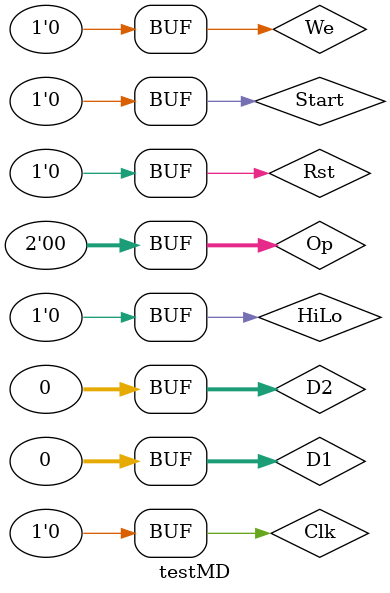
<source format=v>
`timescale 1ns / 1ps


module testMD;

	// Inputs
	reg [31:0] D1;
	reg [31:0] D2;
	reg HiLo;
	reg [1:0] Op;
	reg Start;
	reg We;
	reg Clk;
	reg Rst;

	// Outputs
	wire Busy;
	wire [31:0] HI;
	wire [31:0] LO;

	// Instantiate the Unit Under Test (UUT)
	MULT_DIV uut (
		.D1(D1), 
		.D2(D2), 
		.HiLo(HiLo), 
		.Op(Op), 
		.Start(Start), 
		.We(We), 
		.Busy(Busy), 
		.HI(HI), 
		.LO(LO), 
		.Clk(Clk), 
		.Rst(Rst)
	);

	initial begin
		// Initialize Inputs
		D1 = 0;
		D2 = 0;
		HiLo = 0;
		Op = 0;
		Start = 0;
		We = 0;
		Clk = 0;
		Rst = 0;

		// Wait 100 ns for global reset to finish
		#100;
        
		// Add stimulus here

	end
      
endmodule


</source>
